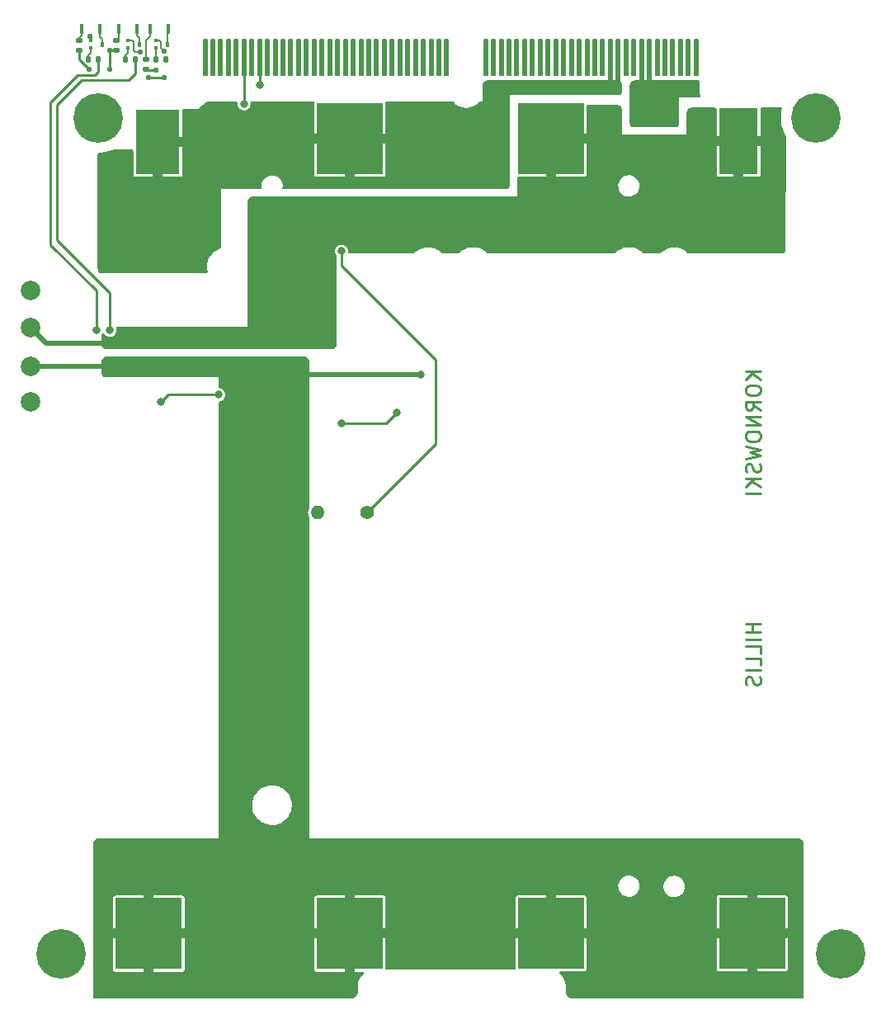
<source format=gbl>
%TF.GenerationSoftware,KiCad,Pcbnew,7.0.1*%
%TF.CreationDate,2023-06-20T19:29:39-04:00*%
%TF.ProjectId,batteryboard,62617474-6572-4796-926f-6172642e6b69,rev?*%
%TF.SameCoordinates,Original*%
%TF.FileFunction,Copper,L2,Bot*%
%TF.FilePolarity,Positive*%
%FSLAX46Y46*%
G04 Gerber Fmt 4.6, Leading zero omitted, Abs format (unit mm)*
G04 Created by KiCad (PCBNEW 7.0.1) date 2023-06-20 19:29:39*
%MOMM*%
%LPD*%
G01*
G04 APERTURE LIST*
G04 Aperture macros list*
%AMRoundRect*
0 Rectangle with rounded corners*
0 $1 Rounding radius*
0 $2 $3 $4 $5 $6 $7 $8 $9 X,Y pos of 4 corners*
0 Add a 4 corners polygon primitive as box body*
4,1,4,$2,$3,$4,$5,$6,$7,$8,$9,$2,$3,0*
0 Add four circle primitives for the rounded corners*
1,1,$1+$1,$2,$3*
1,1,$1+$1,$4,$5*
1,1,$1+$1,$6,$7*
1,1,$1+$1,$8,$9*
0 Add four rect primitives between the rounded corners*
20,1,$1+$1,$2,$3,$4,$5,0*
20,1,$1+$1,$4,$5,$6,$7,0*
20,1,$1+$1,$6,$7,$8,$9,0*
20,1,$1+$1,$8,$9,$2,$3,0*%
%AMFreePoly0*
4,1,12,0.105238,2.379067,0.194454,2.319454,0.254067,2.230238,0.275000,2.125000,0.275000,-1.400000,-0.275000,-1.400000,-0.275000,2.125000,-0.254067,2.230238,-0.194454,2.319454,-0.105238,2.379067,0.000000,2.400000,0.105238,2.379067,0.105238,2.379067,$1*%
G04 Aperture macros list end*
%ADD10C,0.254000*%
%TA.AperFunction,NonConductor*%
%ADD11C,0.254000*%
%TD*%
%TA.AperFunction,ComponentPad*%
%ADD12C,2.000000*%
%TD*%
%TA.AperFunction,ComponentPad*%
%ADD13C,5.080000*%
%TD*%
%TA.AperFunction,SMDPad,CuDef*%
%ADD14FreePoly0,0.000000*%
%TD*%
%TA.AperFunction,ComponentPad*%
%ADD15C,1.400000*%
%TD*%
%TA.AperFunction,ComponentPad*%
%ADD16O,1.400000X1.400000*%
%TD*%
%TA.AperFunction,SMDPad,CuDef*%
%ADD17R,6.800000X7.300000*%
%TD*%
%TA.AperFunction,SMDPad,CuDef*%
%ADD18R,4.000000X6.800000*%
%TD*%
%TA.AperFunction,SMDPad,CuDef*%
%ADD19R,4.500000X6.700000*%
%TD*%
%TA.AperFunction,SMDPad,CuDef*%
%ADD20R,0.370000X1.000000*%
%TD*%
%TA.AperFunction,SMDPad,CuDef*%
%ADD21R,0.450000X0.400000*%
%TD*%
%TA.AperFunction,SMDPad,CuDef*%
%ADD22R,0.450000X0.500000*%
%TD*%
%TA.AperFunction,SMDPad,CuDef*%
%ADD23RoundRect,0.135000X0.185000X-0.135000X0.185000X0.135000X-0.185000X0.135000X-0.185000X-0.135000X0*%
%TD*%
%TA.AperFunction,SMDPad,CuDef*%
%ADD24RoundRect,0.135000X-0.135000X-0.185000X0.135000X-0.185000X0.135000X0.185000X-0.135000X0.185000X0*%
%TD*%
%TA.AperFunction,ViaPad*%
%ADD25C,0.812800*%
%TD*%
%TA.AperFunction,ViaPad*%
%ADD26C,0.558800*%
%TD*%
%TA.AperFunction,Conductor*%
%ADD27C,0.508000*%
%TD*%
%TA.AperFunction,Conductor*%
%ADD28C,0.279400*%
%TD*%
%TA.AperFunction,Conductor*%
%ADD29C,0.203200*%
%TD*%
%TA.AperFunction,Conductor*%
%ADD30C,0.254000*%
%TD*%
%TA.AperFunction,Conductor*%
%ADD31C,0.271780*%
%TD*%
G04 APERTURE END LIST*
D10*
D11*
X130118031Y-105010857D02*
X128594031Y-105010857D01*
X129319745Y-105010857D02*
X129319745Y-105881714D01*
X130118031Y-105881714D02*
X128594031Y-105881714D01*
X130118031Y-106607428D02*
X128594031Y-106607428D01*
X130118031Y-108058856D02*
X130118031Y-107333142D01*
X130118031Y-107333142D02*
X128594031Y-107333142D01*
X130118031Y-109292570D02*
X130118031Y-108566856D01*
X130118031Y-108566856D02*
X128594031Y-108566856D01*
X130118031Y-109800570D02*
X128594031Y-109800570D01*
X130045460Y-110453712D02*
X130118031Y-110671427D01*
X130118031Y-110671427D02*
X130118031Y-111034284D01*
X130118031Y-111034284D02*
X130045460Y-111179427D01*
X130045460Y-111179427D02*
X129972888Y-111251998D01*
X129972888Y-111251998D02*
X129827745Y-111324569D01*
X129827745Y-111324569D02*
X129682602Y-111324569D01*
X129682602Y-111324569D02*
X129537460Y-111251998D01*
X129537460Y-111251998D02*
X129464888Y-111179427D01*
X129464888Y-111179427D02*
X129392317Y-111034284D01*
X129392317Y-111034284D02*
X129319745Y-110743998D01*
X129319745Y-110743998D02*
X129247174Y-110598855D01*
X129247174Y-110598855D02*
X129174602Y-110526284D01*
X129174602Y-110526284D02*
X129029460Y-110453712D01*
X129029460Y-110453712D02*
X128884317Y-110453712D01*
X128884317Y-110453712D02*
X128739174Y-110526284D01*
X128739174Y-110526284D02*
X128666602Y-110598855D01*
X128666602Y-110598855D02*
X128594031Y-110743998D01*
X128594031Y-110743998D02*
X128594031Y-111106855D01*
X128594031Y-111106855D02*
X128666602Y-111324569D01*
D10*
D11*
X130118031Y-79102857D02*
X128594031Y-79102857D01*
X130118031Y-79973714D02*
X129247174Y-79320571D01*
X128594031Y-79973714D02*
X129464888Y-79102857D01*
X128594031Y-80917142D02*
X128594031Y-81207428D01*
X128594031Y-81207428D02*
X128666602Y-81352571D01*
X128666602Y-81352571D02*
X128811745Y-81497714D01*
X128811745Y-81497714D02*
X129102031Y-81570285D01*
X129102031Y-81570285D02*
X129610031Y-81570285D01*
X129610031Y-81570285D02*
X129900317Y-81497714D01*
X129900317Y-81497714D02*
X130045460Y-81352571D01*
X130045460Y-81352571D02*
X130118031Y-81207428D01*
X130118031Y-81207428D02*
X130118031Y-80917142D01*
X130118031Y-80917142D02*
X130045460Y-80772000D01*
X130045460Y-80772000D02*
X129900317Y-80626857D01*
X129900317Y-80626857D02*
X129610031Y-80554285D01*
X129610031Y-80554285D02*
X129102031Y-80554285D01*
X129102031Y-80554285D02*
X128811745Y-80626857D01*
X128811745Y-80626857D02*
X128666602Y-80772000D01*
X128666602Y-80772000D02*
X128594031Y-80917142D01*
X130118031Y-83094285D02*
X129392317Y-82586285D01*
X130118031Y-82223428D02*
X128594031Y-82223428D01*
X128594031Y-82223428D02*
X128594031Y-82803999D01*
X128594031Y-82803999D02*
X128666602Y-82949142D01*
X128666602Y-82949142D02*
X128739174Y-83021713D01*
X128739174Y-83021713D02*
X128884317Y-83094285D01*
X128884317Y-83094285D02*
X129102031Y-83094285D01*
X129102031Y-83094285D02*
X129247174Y-83021713D01*
X129247174Y-83021713D02*
X129319745Y-82949142D01*
X129319745Y-82949142D02*
X129392317Y-82803999D01*
X129392317Y-82803999D02*
X129392317Y-82223428D01*
X130118031Y-83747428D02*
X128594031Y-83747428D01*
X128594031Y-83747428D02*
X130118031Y-84618285D01*
X130118031Y-84618285D02*
X128594031Y-84618285D01*
X128594031Y-85634284D02*
X128594031Y-85924570D01*
X128594031Y-85924570D02*
X128666602Y-86069713D01*
X128666602Y-86069713D02*
X128811745Y-86214856D01*
X128811745Y-86214856D02*
X129102031Y-86287427D01*
X129102031Y-86287427D02*
X129610031Y-86287427D01*
X129610031Y-86287427D02*
X129900317Y-86214856D01*
X129900317Y-86214856D02*
X130045460Y-86069713D01*
X130045460Y-86069713D02*
X130118031Y-85924570D01*
X130118031Y-85924570D02*
X130118031Y-85634284D01*
X130118031Y-85634284D02*
X130045460Y-85489142D01*
X130045460Y-85489142D02*
X129900317Y-85343999D01*
X129900317Y-85343999D02*
X129610031Y-85271427D01*
X129610031Y-85271427D02*
X129102031Y-85271427D01*
X129102031Y-85271427D02*
X128811745Y-85343999D01*
X128811745Y-85343999D02*
X128666602Y-85489142D01*
X128666602Y-85489142D02*
X128594031Y-85634284D01*
X128594031Y-86795427D02*
X130118031Y-87158284D01*
X130118031Y-87158284D02*
X129029460Y-87448570D01*
X129029460Y-87448570D02*
X130118031Y-87738855D01*
X130118031Y-87738855D02*
X128594031Y-88101713D01*
X130045460Y-88609712D02*
X130118031Y-88827427D01*
X130118031Y-88827427D02*
X130118031Y-89190284D01*
X130118031Y-89190284D02*
X130045460Y-89335427D01*
X130045460Y-89335427D02*
X129972888Y-89407998D01*
X129972888Y-89407998D02*
X129827745Y-89480569D01*
X129827745Y-89480569D02*
X129682602Y-89480569D01*
X129682602Y-89480569D02*
X129537460Y-89407998D01*
X129537460Y-89407998D02*
X129464888Y-89335427D01*
X129464888Y-89335427D02*
X129392317Y-89190284D01*
X129392317Y-89190284D02*
X129319745Y-88899998D01*
X129319745Y-88899998D02*
X129247174Y-88754855D01*
X129247174Y-88754855D02*
X129174602Y-88682284D01*
X129174602Y-88682284D02*
X129029460Y-88609712D01*
X129029460Y-88609712D02*
X128884317Y-88609712D01*
X128884317Y-88609712D02*
X128739174Y-88682284D01*
X128739174Y-88682284D02*
X128666602Y-88754855D01*
X128666602Y-88754855D02*
X128594031Y-88899998D01*
X128594031Y-88899998D02*
X128594031Y-89262855D01*
X128594031Y-89262855D02*
X128666602Y-89480569D01*
X130118031Y-90133713D02*
X128594031Y-90133713D01*
X130118031Y-91004570D02*
X129247174Y-90351427D01*
X128594031Y-91004570D02*
X129464888Y-90133713D01*
X130118031Y-91657713D02*
X128594031Y-91657713D01*
D12*
%TO.P,TP101,1,1*%
%TO.N,B-*%
X55245000Y-74676000D03*
%TD*%
%TO.P,TP102,1,1*%
%TO.N,BM*%
X55245000Y-78613000D03*
%TD*%
%TO.P,TP103,1,1*%
%TO.N,PACK-*%
X55245000Y-82296000D03*
%TD*%
%TO.P,TP104,1,1*%
%TO.N,PACK+*%
X55245000Y-70866000D03*
%TD*%
D13*
%TO.P,MH301,1,1*%
%TO.N,unconnected-(MH301-Pad1)*%
X62118400Y-53157200D03*
%TD*%
%TO.P,MH302,1,1*%
%TO.N,unconnected-(MH302-Pad1)*%
X135778400Y-53157200D03*
%TD*%
%TO.P,MH303,1,1*%
%TO.N,unconnected-(MH303-Pad1)*%
X138318400Y-138887200D03*
%TD*%
%TO.P,MH304,1,1*%
%TO.N,unconnected-(MH304-Pad1)*%
X58318400Y-138887200D03*
%TD*%
D14*
%TO.P,P201,1,Pin_1*%
%TO.N,unconnected-(P201-Pin_1-Pad1)*%
X73122220Y-47404353D03*
%TO.P,P201,3,Pin_3*%
%TO.N,unconnected-(P201-Pin_3-Pad3)*%
X73922220Y-47404353D03*
%TO.P,P201,5,Pin_5*%
%TO.N,unconnected-(P201-Pin_5-Pad5)*%
X74722220Y-47404353D03*
%TO.P,P201,7,Pin_7*%
%TO.N,unconnected-(P201-Pin_7-Pad7)*%
X75522220Y-47404353D03*
%TO.P,P201,9,Pin_9*%
%TO.N,unconnected-(P201-Pin_9-Pad9)*%
X76322220Y-47404353D03*
%TO.P,P201,11,Pin_11*%
%TO.N,BAT_THERM*%
X77122220Y-47404353D03*
%TO.P,P201,13,Pin_13*%
%TO.N,unconnected-(P201-Pin_13-Pad13)*%
X77922220Y-47404353D03*
%TO.P,P201,15,Pin_15*%
%TO.N,/SLI-Card/LED_PWR*%
X78722220Y-47404353D03*
%TO.P,P201,17,Pin_17*%
%TO.N,unconnected-(P201-Pin_17-Pad17)*%
X79522220Y-47404353D03*
%TO.P,P201,19,Pin_19*%
%TO.N,unconnected-(P201-Pin_19-Pad19)*%
X80322220Y-47404353D03*
%TO.P,P201,21,Pin_21*%
%TO.N,unconnected-(P201-Pin_21-Pad21)*%
X81122220Y-47404353D03*
%TO.P,P201,23,Pin_23*%
%TO.N,unconnected-(P201-Pin_23-Pad23)*%
X81922220Y-47404353D03*
%TO.P,P201,25,Pin_25*%
%TO.N,unconnected-(P201-Pin_25-Pad25)*%
X82722220Y-47404353D03*
%TO.P,P201,27,Pin_27*%
%TO.N,unconnected-(P201-Pin_27-Pad27)*%
X83522220Y-47404353D03*
%TO.P,P201,29,Pin_29*%
%TO.N,unconnected-(P201-Pin_29-Pad29)*%
X84322220Y-47404353D03*
%TO.P,P201,31,Pin_31*%
%TO.N,unconnected-(P201-Pin_31-Pad31)*%
X85122220Y-47404353D03*
%TO.P,P201,33,Pin_33*%
%TO.N,unconnected-(P201-Pin_33-Pad33)*%
X85922220Y-47404353D03*
%TO.P,P201,35,Pin_35*%
%TO.N,unconnected-(P201-Pin_35-Pad35)*%
X86722220Y-47404353D03*
%TO.P,P201,37,Pin_37*%
%TO.N,unconnected-(P201-Pin_37-Pad37)*%
X87522220Y-47404353D03*
%TO.P,P201,39,Pin_39*%
%TO.N,unconnected-(P201-Pin_39-Pad39)*%
X88322220Y-47404353D03*
%TO.P,P201,41,Pin_41*%
%TO.N,unconnected-(P201-Pin_41-Pad41)*%
X89122220Y-47404353D03*
%TO.P,P201,43,Pin_43*%
%TO.N,unconnected-(P201-Pin_43-Pad43)*%
X89922220Y-47404353D03*
%TO.P,P201,45,Pin_45*%
%TO.N,unconnected-(P201-Pin_45-Pad45)*%
X90722220Y-47404353D03*
%TO.P,P201,47,Pin_47*%
%TO.N,unconnected-(P201-Pin_47-Pad47)*%
X91522220Y-47404353D03*
%TO.P,P201,49,Pin_49*%
%TO.N,unconnected-(P201-Pin_49-Pad49)*%
X92322220Y-47404353D03*
%TO.P,P201,51,Pin_51*%
%TO.N,unconnected-(P201-Pin_51-Pad51)*%
X93122220Y-47404353D03*
%TO.P,P201,53,Pin_53*%
%TO.N,unconnected-(P201-Pin_53-Pad53)*%
X93922220Y-47404353D03*
%TO.P,P201,55,Pin_55*%
%TO.N,unconnected-(P201-Pin_55-Pad55)*%
X94722220Y-47404353D03*
%TO.P,P201,57,Pin_57*%
%TO.N,unconnected-(P201-Pin_57-Pad57)*%
X95522220Y-47404353D03*
%TO.P,P201,59,Pin_59*%
%TO.N,unconnected-(P201-Pin_59-Pad59)*%
X96322220Y-47404353D03*
%TO.P,P201,61,Pin_61*%
%TO.N,unconnected-(P201-Pin_61-Pad61)*%
X97122220Y-47404353D03*
%TO.P,P201,63,Pin_63*%
%TO.N,unconnected-(P201-Pin_63-Pad63)*%
X97922220Y-47404353D03*
%TO.P,P201,65,Pin_65*%
%TO.N,unconnected-(P201-Pin_65-Pad65)*%
X101922220Y-47404353D03*
%TO.P,P201,67,Pin_67*%
%TO.N,unconnected-(P201-Pin_67-Pad67)*%
X102722220Y-47404353D03*
%TO.P,P201,69,Pin_69*%
%TO.N,unconnected-(P201-Pin_69-Pad69)*%
X103522220Y-47404353D03*
%TO.P,P201,71,Pin_71*%
%TO.N,unconnected-(P201-Pin_71-Pad71)*%
X104322220Y-47404353D03*
%TO.P,P201,73,Pin_73*%
%TO.N,unconnected-(P201-Pin_73-Pad73)*%
X105122220Y-47404353D03*
%TO.P,P201,75,Pin_75*%
%TO.N,unconnected-(P201-Pin_75-Pad75)*%
X105922220Y-47404353D03*
%TO.P,P201,77,Pin_77*%
%TO.N,unconnected-(P201-Pin_77-Pad77)*%
X106722220Y-47404353D03*
%TO.P,P201,79,Pin_79*%
%TO.N,unconnected-(P201-Pin_79-Pad79)*%
X107522220Y-47404353D03*
%TO.P,P201,81,Pin_81*%
%TO.N,unconnected-(P201-Pin_81-Pad81)*%
X108322220Y-47404353D03*
%TO.P,P201,83,Pin_83*%
%TO.N,unconnected-(P201-Pin_83-Pad83)*%
X109122220Y-47404353D03*
%TO.P,P201,85,Pin_85*%
%TO.N,unconnected-(P201-Pin_85-Pad85)*%
X109922220Y-47404353D03*
%TO.P,P201,87,Pin_87*%
%TO.N,unconnected-(P201-Pin_87-Pad87)*%
X110722220Y-47404353D03*
%TO.P,P201,89,Pin_89*%
%TO.N,unconnected-(P201-Pin_89-Pad89)*%
X111522220Y-47404353D03*
%TO.P,P201,91,Pin_91*%
%TO.N,unconnected-(P201-Pin_91-Pad91)*%
X112322220Y-47404353D03*
%TO.P,P201,93,Pin93*%
%TO.N,unconnected-(P201-Pin93-Pad93)*%
X113122220Y-47404353D03*
%TO.P,P201,95,Pin_95*%
%TO.N,unconnected-(P201-Pin_95-Pad95)*%
X113922220Y-47404353D03*
%TO.P,P201,97,Pin_97*%
%TO.N,PACK+*%
X114722220Y-47404353D03*
%TO.P,P201,99,Pin_99*%
X115522220Y-47404353D03*
%TO.P,P201,101,Pin_101*%
%TO.N,unconnected-(P201-Pin_101-Pad101)*%
X116322220Y-47404353D03*
%TO.P,P201,103,Pin_103*%
%TO.N,unconnected-(P201-Pin_103-Pad103)*%
X117122220Y-47404353D03*
%TO.P,P201,105,Pin_105*%
%TO.N,PACK-*%
X117922220Y-47404353D03*
%TO.P,P201,107,Pin_107*%
X118722220Y-47404353D03*
%TO.P,P201,109,Pin_109*%
%TO.N,unconnected-(P201-Pin_109-Pad109)*%
X119522220Y-47404353D03*
%TO.P,P201,111,Pin_111*%
%TO.N,unconnected-(P201-Pin_111-Pad111)*%
X120322220Y-47404353D03*
%TO.P,P201,113,Pin_113*%
%TO.N,unconnected-(P201-Pin_113-Pad113)*%
X121122220Y-47404353D03*
%TO.P,P201,115,Pin_115*%
%TO.N,unconnected-(P201-Pin_115-Pad115)*%
X121922220Y-47404353D03*
%TO.P,P201,117,Pin_117*%
%TO.N,unconnected-(P201-Pin_117-Pad117)*%
X122722220Y-47404353D03*
%TO.P,P201,119,Pin_119*%
%TO.N,unconnected-(P201-Pin_119-Pad119)*%
X123522220Y-47404353D03*
%TD*%
D15*
%TO.P,TH1,1*%
%TO.N,BAT_THERM*%
X89739000Y-93599000D03*
D16*
%TO.P,TH1,2*%
%TO.N,PACK-*%
X84659000Y-93599000D03*
%TD*%
D17*
%TO.P,J104,1,NEG*%
%TO.N,BM*%
X87998300Y-136825100D03*
%TO.P,J104,2,POS*%
%TO.N,PACK+*%
X87998300Y-55275100D03*
%TD*%
D18*
%TO.P,J101,1,NEG*%
%TO.N,B-*%
X127873300Y-55499700D03*
D17*
%TO.P,J101,2,POS*%
%TO.N,BM*%
X129273300Y-136799700D03*
%TD*%
%TO.P,J102,1,NEG*%
%TO.N,B-*%
X108623100Y-55249700D03*
%TO.P,J102,2,POS*%
%TO.N,BM*%
X108623100Y-136799700D03*
%TD*%
%TO.P,J105,1,NEG*%
%TO.N,BM*%
X67348100Y-136825100D03*
D19*
%TO.P,J105,2,POS*%
%TO.N,PACK+*%
X68273100Y-55575100D03*
%TD*%
D20*
%TO.P,D301,1,K*%
%TO.N,Net-(D301-K)*%
X62322181Y-43972480D03*
%TO.P,D301,2,A*%
%TO.N,Net-(D301-A)*%
X60462181Y-43972480D03*
%TD*%
%TO.P,D302,1,K*%
%TO.N,Net-(D302-K)*%
X66122173Y-43972480D03*
%TO.P,D302,2,A*%
%TO.N,Net-(D302-A)*%
X64262173Y-43972480D03*
%TD*%
%TO.P,D304,1,K*%
%TO.N,Net-(D304-K)*%
X69337991Y-43972480D03*
%TO.P,D304,2,A*%
%TO.N,Net-(D304-A)*%
X67477991Y-43972480D03*
%TD*%
D21*
%TO.P,Q302,1,B*%
%TO.N,Net-(Q302-B)*%
X65211000Y-45967600D03*
%TO.P,Q302,2,E*%
%TO.N,/SLI-Card/GND*%
X65211000Y-45167600D03*
D22*
%TO.P,Q302,3,C*%
%TO.N,Net-(D302-K)*%
X66361000Y-45567600D03*
%TD*%
D21*
%TO.P,Q304,1,B*%
%TO.N,Net-(Q304-B)*%
X68081200Y-45967600D03*
%TO.P,Q304,2,E*%
%TO.N,/SLI-Card/GND*%
X68081200Y-45167600D03*
D22*
%TO.P,Q304,3,C*%
%TO.N,Net-(D304-K)*%
X69231200Y-45567600D03*
%TD*%
D23*
%TO.P,R302,1*%
%TO.N,/SLI-Card/LED_PWR*%
X60198000Y-46179200D03*
%TO.P,R302,2*%
%TO.N,Net-(D301-A)*%
X60198000Y-45159200D03*
%TD*%
%TO.P,R304,1*%
%TO.N,/SLI-Card/LED_PWR*%
X64033400Y-46179200D03*
%TO.P,R304,2*%
%TO.N,Net-(D302-A)*%
X64033400Y-45159200D03*
%TD*%
%TO.P,R308,1*%
%TO.N,/SLI-Card/LED_PWR*%
X67030600Y-48135000D03*
%TO.P,R308,2*%
%TO.N,Net-(D304-A)*%
X67030600Y-47115000D03*
%TD*%
D24*
%TO.P,R301,1*%
%TO.N,Net-(Q301-B)*%
X61161200Y-47117000D03*
%TO.P,R301,2*%
%TO.N,DOUT_LED*%
X62181200Y-47117000D03*
%TD*%
%TO.P,R303,1*%
%TO.N,Net-(Q302-B)*%
X64971200Y-47117000D03*
%TO.P,R303,2*%
%TO.N,COUT_LED*%
X65991200Y-47117000D03*
%TD*%
%TO.P,R307,1*%
%TO.N,Net-(Q304-B)*%
X68070000Y-47117000D03*
%TO.P,R307,2*%
%TO.N,/SLI-Card/Blank-Card-Default/ORG_LED*%
X69090000Y-47117000D03*
%TD*%
D21*
%TO.P,Q301,1,B*%
%TO.N,Net-(Q301-B)*%
X61401000Y-45967600D03*
%TO.P,Q301,2,E*%
%TO.N,/SLI-Card/GND*%
X61401000Y-45167600D03*
D22*
%TO.P,Q301,3,C*%
%TO.N,Net-(D301-K)*%
X62551000Y-45567600D03*
%TD*%
D25*
%TO.N,B-*%
X90106500Y-65151000D03*
X90106500Y-64135000D03*
X90106500Y-66103500D03*
X91186000Y-65151000D03*
X91186000Y-66103500D03*
X91186000Y-64135000D03*
X124460000Y-58420000D03*
X125730000Y-59690000D03*
X130810000Y-62230000D03*
X124460000Y-55880000D03*
X124460000Y-63500000D03*
X127000000Y-60960000D03*
X125730000Y-62230000D03*
X72825000Y-76273000D03*
X132080000Y-60960000D03*
X132080000Y-63500000D03*
X128270000Y-62230000D03*
X127000000Y-63500000D03*
X129540000Y-63500000D03*
X89027000Y-66103500D03*
X68507000Y-76273000D03*
X125730000Y-64770000D03*
X124460000Y-53340000D03*
X63373000Y-76273000D03*
X128270000Y-64770000D03*
X89027000Y-64135000D03*
X130810000Y-64770000D03*
X73895000Y-76273000D03*
X124460000Y-60960000D03*
X64443000Y-76273000D03*
X132080000Y-58420000D03*
X89027000Y-65151000D03*
X130810000Y-59690000D03*
X128270000Y-59690000D03*
X129540000Y-60960000D03*
%TO.N,PACK-*%
X120015000Y-53340000D03*
X117475000Y-52070000D03*
X120000000Y-49800000D03*
X121285000Y-50165000D03*
X117475000Y-53340000D03*
X120015000Y-50800000D03*
X121285000Y-51435000D03*
X118722220Y-50187780D03*
X121285000Y-52705000D03*
X118745000Y-51435000D03*
X120015000Y-52070000D03*
X117475000Y-50800000D03*
X118745000Y-52705000D03*
%TO.N,BM*%
X63405000Y-78273000D03*
X115570000Y-139700000D03*
X114300000Y-135890000D03*
X119380000Y-133350000D03*
X118110000Y-137160000D03*
X124460000Y-133350000D03*
X72857000Y-78273000D03*
X113030000Y-137160000D03*
X123190000Y-139700000D03*
X115570000Y-134620000D03*
X119380000Y-138430000D03*
X114300000Y-133350000D03*
X123190000Y-137160000D03*
X124460000Y-138430000D03*
X64475000Y-78273000D03*
X95250000Y-79502002D03*
X121920000Y-138430000D03*
X124460000Y-135890000D03*
X119380000Y-135890000D03*
X116840000Y-138430000D03*
X120650000Y-139700000D03*
X68539000Y-78273000D03*
X113030000Y-139700000D03*
X116840000Y-135890000D03*
X120650000Y-137160000D03*
X121920000Y-135890000D03*
X115570000Y-137160000D03*
X120650000Y-134620000D03*
X118110000Y-139700000D03*
X118110000Y-134620000D03*
X113030000Y-134620000D03*
X73927000Y-78273000D03*
X114300000Y-138430000D03*
X123190000Y-134620000D03*
%TO.N,PACK+*%
X100330000Y-55880000D03*
X95250000Y-53340000D03*
X97790000Y-58420000D03*
X63192000Y-66294000D03*
X96520000Y-54610000D03*
X96520000Y-57150000D03*
X72898000Y-64262000D03*
X64262000Y-66294000D03*
X92710000Y-55880000D03*
X92710000Y-53340000D03*
X93980000Y-54610000D03*
X100330000Y-58420000D03*
X102870000Y-58420000D03*
X72898000Y-66294000D03*
X64262000Y-64262000D03*
X96520000Y-52070000D03*
X101600000Y-54610000D03*
X99060000Y-54610000D03*
X102870000Y-53340000D03*
X95250000Y-58420000D03*
X68580000Y-68326000D03*
X68580000Y-64262000D03*
X68580000Y-66294000D03*
X63192000Y-64262000D03*
X93980000Y-57150000D03*
X100330000Y-53340000D03*
X73968000Y-64262000D03*
X63192000Y-68326000D03*
X101600000Y-57150000D03*
X99060000Y-57150000D03*
X95250000Y-55880000D03*
X93980000Y-52070000D03*
X64262000Y-68326000D03*
X92710000Y-58420000D03*
X97790000Y-55880000D03*
X102870000Y-55880000D03*
X97790000Y-53340000D03*
%TO.N,/V-*%
X87122000Y-84455000D03*
X92770500Y-83378500D03*
%TO.N,/Q1D_Q2S*%
X68580000Y-82296000D03*
X74549000Y-81524200D03*
%TO.N,BAT_THERM*%
X77122220Y-51689000D03*
X87122000Y-66802000D03*
D26*
%TO.N,/SLI-Card/GND*%
X66446900Y-46355000D03*
X61280125Y-44745923D03*
X68961000Y-46314900D03*
X67310000Y-49022000D03*
X68961000Y-49022000D03*
%TO.N,/SLI-Card/LED_PWR*%
X61214000Y-48133000D03*
X63332900Y-46179200D03*
X63373000Y-48133000D03*
D25*
X78740000Y-49784000D03*
D26*
X68072000Y-48211200D03*
D25*
%TO.N,DOUT_LED*%
X61976000Y-74930000D03*
%TO.N,COUT_LED*%
X63373000Y-74930000D03*
%TD*%
D27*
%TO.N,B-*%
X63373000Y-76273000D02*
X56842000Y-76273000D01*
X56842000Y-76273000D02*
X55245000Y-74676000D01*
%TO.N,PACK-*%
X117922220Y-47404353D02*
X117922220Y-49850220D01*
X118722220Y-47404353D02*
X118722220Y-50187780D01*
%TO.N,BM*%
X55245000Y-78613000D02*
X63065000Y-78613000D01*
X95250000Y-79502002D02*
X83439002Y-79502002D01*
X63065000Y-78613000D02*
X63405000Y-78273000D01*
%TO.N,PACK+*%
X115522220Y-47404353D02*
X115522220Y-50498220D01*
X114722220Y-47404353D02*
X114722220Y-50546000D01*
D28*
%TO.N,/V-*%
X91694000Y-84455000D02*
X87122000Y-84455000D01*
X92770500Y-83378500D02*
X91694000Y-84455000D01*
D29*
%TO.N,Net-(D301-K)*%
X62551000Y-45025000D02*
X62551000Y-45567600D01*
X62322181Y-43972480D02*
X62322181Y-44796181D01*
X62322181Y-44796181D02*
X62551000Y-45025000D01*
%TO.N,Net-(D301-A)*%
X60198000Y-45159200D02*
X60198000Y-44958000D01*
X60198000Y-44958000D02*
X60462181Y-44693819D01*
X60462181Y-44693819D02*
X60462181Y-43972480D01*
%TO.N,Net-(D302-K)*%
X66122173Y-44659173D02*
X66361000Y-44898000D01*
X66361000Y-44898000D02*
X66361000Y-45567600D01*
X66122173Y-43972480D02*
X66122173Y-44659173D01*
%TO.N,Net-(D302-A)*%
X64262173Y-45211827D02*
X64262000Y-45212000D01*
X64262173Y-43972480D02*
X64262173Y-45211827D01*
X64262000Y-45212000D02*
X64086200Y-45212000D01*
%TO.N,Net-(D304-K)*%
X69231200Y-45567600D02*
X69231200Y-44831393D01*
X69307793Y-44754800D02*
X69307793Y-43972480D01*
X69231200Y-44831393D02*
X69307793Y-44754800D01*
%TO.N,Net-(D304-A)*%
X67477991Y-44713809D02*
X67477991Y-43972480D01*
X67030600Y-45161200D02*
X67477991Y-44713809D01*
X67030600Y-47115000D02*
X67030600Y-45161200D01*
D28*
%TO.N,/Q1D_Q2S*%
X74549000Y-81524200D02*
X74539200Y-81534000D01*
X69342000Y-81534000D02*
X68580000Y-82296000D01*
X74539200Y-81534000D02*
X69342000Y-81534000D01*
D30*
%TO.N,BAT_THERM*%
X87122000Y-68326000D02*
X96774000Y-77978000D01*
X96774000Y-86564000D02*
X96774000Y-77978000D01*
X77122220Y-47404353D02*
X77122220Y-51689000D01*
X89739000Y-93599000D02*
X96774000Y-86564000D01*
X87122000Y-68326000D02*
X87122000Y-66802000D01*
D29*
%TO.N,/SLI-Card/GND*%
X65936800Y-46355000D02*
X65786000Y-46204200D01*
X65614600Y-45167600D02*
X65211000Y-45167600D01*
X68611000Y-45964900D02*
X68611000Y-45370000D01*
X68611000Y-45370000D02*
X68408600Y-45167600D01*
X65786000Y-45339000D02*
X65614600Y-45167600D01*
D30*
X68961000Y-49022000D02*
X67310000Y-49022000D01*
D29*
X66446900Y-46355000D02*
X65936800Y-46355000D01*
X68408600Y-45167600D02*
X68081200Y-45167600D01*
X65786000Y-46204200D02*
X65786000Y-45339000D01*
D31*
X61401000Y-45167600D02*
X61401000Y-44866798D01*
D29*
X68961000Y-46314900D02*
X68611000Y-45964900D01*
X61401000Y-44866798D02*
X61280125Y-44745923D01*
D31*
%TO.N,/SLI-Card/LED_PWR*%
X63332900Y-46179200D02*
X64033400Y-46179200D01*
X78722220Y-49766220D02*
X78722220Y-47404353D01*
D30*
X60198000Y-47131692D02*
X61199308Y-48133000D01*
D31*
X63332900Y-46179200D02*
X63332900Y-48092900D01*
D30*
X60198000Y-46179200D02*
X60198000Y-47131692D01*
D31*
X61214000Y-48133000D02*
X61186735Y-48133000D01*
D30*
X61199308Y-48133000D02*
X61214000Y-48133000D01*
D31*
X63332900Y-48092900D02*
X63373000Y-48133000D01*
X78740000Y-49784000D02*
X78722220Y-49766220D01*
X68072000Y-48211200D02*
X67106800Y-48211200D01*
D29*
%TO.N,Net-(Q301-B)*%
X61401000Y-46422000D02*
X61161200Y-46661800D01*
X61161200Y-46661800D02*
X61161200Y-47117000D01*
X61401000Y-45967600D02*
X61401000Y-46422000D01*
%TO.N,Net-(Q302-B)*%
X64971200Y-46661800D02*
X64971200Y-47117000D01*
X65211000Y-46422000D02*
X64971200Y-46661800D01*
X65211000Y-45967600D02*
X65211000Y-46422000D01*
%TO.N,Net-(Q304-B)*%
X68070000Y-47117000D02*
X68070000Y-45978800D01*
D31*
%TO.N,DOUT_LED*%
X57277000Y-66167000D02*
X57277000Y-51562000D01*
X60071000Y-48768000D02*
X61785500Y-48768000D01*
X57277000Y-51562000D02*
X60071000Y-48768000D01*
X62181200Y-48372300D02*
X62181200Y-47117000D01*
X61976000Y-70866000D02*
X57277000Y-66167000D01*
X61976000Y-75184000D02*
X61976000Y-70866000D01*
X61785500Y-48768000D02*
X62181200Y-48372300D01*
%TO.N,COUT_LED*%
X65278000Y-49276000D02*
X65991200Y-48562800D01*
X57912000Y-51816000D02*
X60452000Y-49276000D01*
X65991200Y-48562800D02*
X65991200Y-47117000D01*
X63373000Y-71120000D02*
X57912000Y-65659000D01*
X63373000Y-75184000D02*
X63373000Y-71120000D01*
X60452000Y-49276000D02*
X65278000Y-49276000D01*
X57912000Y-65659000D02*
X57912000Y-51816000D01*
%TD*%
%TA.AperFunction,Conductor*%
%TO.N,PACK+*%
G36*
X115459187Y-49277078D02*
G01*
X115487201Y-49280765D01*
X115563964Y-49290871D01*
X115595731Y-49299383D01*
X115685675Y-49336639D01*
X115714160Y-49353085D01*
X115791393Y-49412349D01*
X115814650Y-49435606D01*
X115873914Y-49512839D01*
X115890361Y-49541326D01*
X115927615Y-49631265D01*
X115936128Y-49663037D01*
X115949922Y-49767812D01*
X115951000Y-49784258D01*
X115951000Y-50291742D01*
X115949922Y-50308189D01*
X115936128Y-50412963D01*
X115927615Y-50444734D01*
X115890361Y-50534673D01*
X115873914Y-50563160D01*
X115814650Y-50640393D01*
X115791393Y-50663650D01*
X115714160Y-50722914D01*
X115685673Y-50739361D01*
X115595734Y-50776615D01*
X115563963Y-50785128D01*
X115486024Y-50795388D01*
X115459187Y-50798922D01*
X115442742Y-50800000D01*
X104394000Y-50800000D01*
X104394000Y-51300000D01*
X104394000Y-59943742D01*
X104392922Y-59960189D01*
X104379128Y-60064963D01*
X104370615Y-60096734D01*
X104333361Y-60186673D01*
X104316914Y-60215160D01*
X104257650Y-60292393D01*
X104234393Y-60315650D01*
X104157160Y-60374914D01*
X104128673Y-60391361D01*
X104038734Y-60428615D01*
X104006963Y-60437128D01*
X103929024Y-60447388D01*
X103902187Y-60450922D01*
X103885742Y-60452000D01*
X81197503Y-60452000D01*
X81145161Y-60440614D01*
X81102279Y-60408512D01*
X81076607Y-60361498D01*
X81072786Y-60308068D01*
X81092318Y-60172216D01*
X81082411Y-59964228D01*
X81033321Y-59761877D01*
X80946822Y-59572470D01*
X80826042Y-59402858D01*
X80799403Y-59377458D01*
X80675344Y-59259168D01*
X80550756Y-59179100D01*
X80500173Y-59146592D01*
X80306873Y-59069207D01*
X80102411Y-59029800D01*
X79946368Y-59029800D01*
X79946363Y-59029800D01*
X79791022Y-59044633D01*
X79591231Y-59103296D01*
X79406160Y-59198707D01*
X79242485Y-59327424D01*
X79106127Y-59484787D01*
X79002016Y-59665113D01*
X78933914Y-59861883D01*
X78904281Y-60067984D01*
X78914188Y-60275969D01*
X78919119Y-60296293D01*
X78919792Y-60352783D01*
X78895714Y-60403888D01*
X78851726Y-60439335D01*
X78796671Y-60452000D01*
X74803000Y-60452000D01*
X74803000Y-60952000D01*
X74803000Y-66399673D01*
X74792695Y-66449579D01*
X74763466Y-66491322D01*
X74720095Y-66518074D01*
X74520286Y-66590798D01*
X74269577Y-66724102D01*
X74039862Y-66891001D01*
X73835608Y-67088247D01*
X73660793Y-67312000D01*
X73518820Y-67557902D01*
X73412454Y-67821170D01*
X73343762Y-68096677D01*
X73314081Y-68379074D01*
X73323990Y-68662838D01*
X73372883Y-68940120D01*
X73370504Y-68994611D01*
X73345319Y-69042991D01*
X73302047Y-69076195D01*
X73248797Y-69088000D01*
X62611258Y-69088000D01*
X62594812Y-69086922D01*
X62490037Y-69073128D01*
X62458265Y-69064615D01*
X62368326Y-69027361D01*
X62339839Y-69010914D01*
X62262606Y-68951650D01*
X62239349Y-68928393D01*
X62180085Y-68851160D01*
X62163638Y-68822673D01*
X62126384Y-68732734D01*
X62117871Y-68700961D01*
X62112852Y-68662838D01*
X62104078Y-68596187D01*
X62103000Y-68579742D01*
X62103000Y-56896258D01*
X62104078Y-56879812D01*
X62111674Y-56822112D01*
X62132137Y-56768100D01*
X62174551Y-56728893D01*
X62229997Y-56712732D01*
X62490666Y-56699071D01*
X62858853Y-56640756D01*
X63218927Y-56544275D01*
X63566944Y-56410683D01*
X63584509Y-56401732D01*
X63641712Y-56388000D01*
X65540000Y-56388000D01*
X65697127Y-56388000D01*
X65749367Y-56433814D01*
X65769100Y-56501514D01*
X65769100Y-58950118D01*
X65783836Y-59024205D01*
X65839976Y-59108224D01*
X65923993Y-59164363D01*
X65998081Y-59179100D01*
X67765100Y-59179100D01*
X67765100Y-56083100D01*
X68781100Y-56083100D01*
X68781100Y-59179099D01*
X70548118Y-59179099D01*
X70622205Y-59164363D01*
X70706224Y-59108223D01*
X70762363Y-59024206D01*
X70777100Y-58950119D01*
X70777100Y-56083100D01*
X68781100Y-56083100D01*
X67765100Y-56083100D01*
X67765100Y-55783100D01*
X84344301Y-55783100D01*
X84344301Y-58950118D01*
X84359036Y-59024205D01*
X84415176Y-59108224D01*
X84499193Y-59164363D01*
X84573281Y-59179100D01*
X87490300Y-59179100D01*
X87490300Y-55783100D01*
X88506300Y-55783100D01*
X88506300Y-59179099D01*
X91423318Y-59179099D01*
X91497405Y-59164363D01*
X91581424Y-59108223D01*
X91637563Y-59024206D01*
X91652300Y-58950119D01*
X91652300Y-55783100D01*
X88506300Y-55783100D01*
X87490300Y-55783100D01*
X84344301Y-55783100D01*
X67765100Y-55783100D01*
X67765100Y-55193100D01*
X67781981Y-55130100D01*
X67828100Y-55083981D01*
X67891100Y-55067100D01*
X70777099Y-55067100D01*
X70777099Y-52323000D01*
X70793980Y-52260000D01*
X70840099Y-52213881D01*
X70903099Y-52197000D01*
X72223333Y-52197000D01*
X72390000Y-52197000D01*
X72897999Y-51816000D01*
X73264550Y-51541087D01*
X73281652Y-51530291D01*
X73396445Y-51470145D01*
X73434733Y-51457383D01*
X73533193Y-51441405D01*
X73562642Y-51436627D01*
X73582824Y-51435000D01*
X76345083Y-51435000D01*
X76412426Y-51454506D01*
X76458918Y-51506985D01*
X76470164Y-51576188D01*
X76456466Y-51688999D01*
X76475811Y-51848324D01*
X76532723Y-51998390D01*
X76623895Y-52130476D01*
X76744027Y-52236904D01*
X76744029Y-52236905D01*
X76886140Y-52311491D01*
X77041972Y-52349900D01*
X77202466Y-52349900D01*
X77202468Y-52349900D01*
X77358300Y-52311491D01*
X77500411Y-52236905D01*
X77620544Y-52130477D01*
X77711716Y-51998391D01*
X77768628Y-51848325D01*
X77787974Y-51689000D01*
X77774275Y-51576188D01*
X77785522Y-51506985D01*
X77832014Y-51454506D01*
X77899357Y-51435000D01*
X84223605Y-51435000D01*
X84277476Y-51447097D01*
X84321003Y-51481065D01*
X84345828Y-51530383D01*
X84347184Y-51585579D01*
X84344300Y-51600079D01*
X84344300Y-54767100D01*
X91652299Y-54767100D01*
X91652299Y-51600084D01*
X91649414Y-51585577D01*
X91650771Y-51530381D01*
X91675596Y-51481065D01*
X91719123Y-51447097D01*
X91772994Y-51435000D01*
X98518659Y-51435000D01*
X98571003Y-51446387D01*
X98613885Y-51478489D01*
X98710988Y-51590558D01*
X98895686Y-51750606D01*
X99101282Y-51882740D01*
X99323590Y-51984269D01*
X99558084Y-52053125D01*
X99654846Y-52067038D01*
X99799988Y-52087909D01*
X99799991Y-52087909D01*
X100044386Y-52087910D01*
X100286294Y-52053130D01*
X100520789Y-51984277D01*
X100743098Y-51882751D01*
X100948696Y-51750620D01*
X101133396Y-51590574D01*
X101144103Y-51578218D01*
X101268199Y-51435000D01*
X101600000Y-51435000D01*
X101600000Y-50724211D01*
X101601282Y-50706282D01*
X101630713Y-50501555D01*
X101630710Y-50379357D01*
X101630710Y-50365691D01*
X101630710Y-49638643D01*
X101640301Y-49590426D01*
X101660638Y-49541327D01*
X101677082Y-49512843D01*
X101736351Y-49435603D01*
X101759603Y-49412351D01*
X101836843Y-49353082D01*
X101865321Y-49336640D01*
X101955270Y-49299382D01*
X101987033Y-49290872D01*
X102068592Y-49280134D01*
X102091813Y-49277078D01*
X102108258Y-49276000D01*
X115442742Y-49276000D01*
X115459187Y-49277078D01*
G37*
%TD.AperFunction*%
%TD*%
%TA.AperFunction,Conductor*%
%TO.N,B-*%
G36*
X115459187Y-51817078D02*
G01*
X115487201Y-51820765D01*
X115563964Y-51830871D01*
X115595731Y-51839383D01*
X115685675Y-51876639D01*
X115714160Y-51893085D01*
X115791393Y-51952349D01*
X115814650Y-51975606D01*
X115873914Y-52052839D01*
X115890361Y-52081326D01*
X115927615Y-52171265D01*
X115936128Y-52203037D01*
X115949922Y-52307812D01*
X115951000Y-52324258D01*
X115951000Y-54864000D01*
X116451000Y-54864000D01*
X122055000Y-54864000D01*
X122555000Y-54864000D01*
X122555000Y-52578258D01*
X122556078Y-52561813D01*
X122559134Y-52538592D01*
X122569872Y-52457033D01*
X122578382Y-52425270D01*
X122615640Y-52335321D01*
X122632082Y-52306843D01*
X122691351Y-52229603D01*
X122714603Y-52206351D01*
X122791843Y-52147082D01*
X122820321Y-52130640D01*
X122910270Y-52093382D01*
X122942033Y-52084872D01*
X123023592Y-52074134D01*
X123046813Y-52071078D01*
X123063258Y-52070000D01*
X125366770Y-52070000D01*
X125384700Y-52071282D01*
X125419364Y-52076265D01*
X125500032Y-52087863D01*
X125500034Y-52087862D01*
X125508952Y-52089145D01*
X125508548Y-52091948D01*
X125556300Y-52104744D01*
X125602419Y-52150863D01*
X125619300Y-52213863D01*
X125619300Y-54991700D01*
X130127299Y-54991700D01*
X130127299Y-52196000D01*
X130144180Y-52133000D01*
X130190299Y-52086881D01*
X130253299Y-52070000D01*
X132223547Y-52070000D01*
X132279275Y-52082994D01*
X132323509Y-52119296D01*
X132347126Y-52171418D01*
X132345254Y-52228611D01*
X132294844Y-52416746D01*
X132236528Y-52784939D01*
X132217018Y-53157199D01*
X132236528Y-53529460D01*
X132294844Y-53897653D01*
X132391325Y-54257728D01*
X132524916Y-54605742D01*
X132694154Y-54937891D01*
X132726601Y-54987855D01*
X132741787Y-55020854D01*
X132746928Y-55056814D01*
X132716349Y-66548537D01*
X132715229Y-66564964D01*
X132701185Y-66669597D01*
X132692604Y-66701317D01*
X132655183Y-66791082D01*
X132638692Y-66819504D01*
X132579331Y-66896544D01*
X132556052Y-66919736D01*
X132478794Y-66978804D01*
X132450310Y-66995188D01*
X132360404Y-67032272D01*
X132328651Y-67040734D01*
X132223965Y-67054385D01*
X132207535Y-67055443D01*
X122796268Y-67045140D01*
X122745095Y-67034219D01*
X122702770Y-67003451D01*
X122687109Y-66986058D01*
X122469594Y-66803541D01*
X122306001Y-66701317D01*
X122228796Y-66653074D01*
X121969399Y-66537583D01*
X121816306Y-66493684D01*
X121696453Y-66459316D01*
X121415272Y-66419800D01*
X121202397Y-66419800D01*
X120990047Y-66434649D01*
X120920611Y-66449407D01*
X120712304Y-66493684D01*
X120445486Y-66590798D01*
X120194777Y-66724102D01*
X119965058Y-66891004D01*
X119845508Y-67006451D01*
X119805118Y-67032665D01*
X119757844Y-67041814D01*
X118164372Y-67040070D01*
X118113198Y-67029148D01*
X118070873Y-66998379D01*
X118036911Y-66960660D01*
X117953898Y-66891004D01*
X117834816Y-66791082D01*
X117819394Y-66778141D01*
X117619244Y-66653074D01*
X117578596Y-66627674D01*
X117319199Y-66512183D01*
X117166106Y-66468284D01*
X117046253Y-66433916D01*
X116765072Y-66394400D01*
X116552197Y-66394400D01*
X116339847Y-66409249D01*
X116290208Y-66419800D01*
X116062104Y-66468284D01*
X115795286Y-66565398D01*
X115544577Y-66698702D01*
X115314858Y-66865604D01*
X115174301Y-67001337D01*
X115133911Y-67027551D01*
X115086637Y-67036700D01*
X102148585Y-67022536D01*
X102097412Y-67011615D01*
X102055088Y-66980848D01*
X102053248Y-66978804D01*
X102036909Y-66960658D01*
X102036907Y-66960656D01*
X102036905Y-66960654D01*
X101819399Y-66778144D01*
X101619244Y-66653074D01*
X101578596Y-66627674D01*
X101319199Y-66512183D01*
X101166106Y-66468284D01*
X101046253Y-66433916D01*
X100765072Y-66394400D01*
X100552197Y-66394400D01*
X100339847Y-66409249D01*
X100290208Y-66419800D01*
X100062104Y-66468284D01*
X99795286Y-66565398D01*
X99544577Y-66698702D01*
X99314858Y-66865604D01*
X99192419Y-66983841D01*
X99152029Y-67010055D01*
X99104755Y-67019204D01*
X98185886Y-67018198D01*
X97495231Y-67017442D01*
X97452213Y-67009821D01*
X97414381Y-66987964D01*
X97194599Y-66803544D01*
X97031001Y-66701317D01*
X96953796Y-66653074D01*
X96694399Y-66537583D01*
X96541306Y-66493684D01*
X96421453Y-66459316D01*
X96140272Y-66419800D01*
X95927397Y-66419800D01*
X95715047Y-66434649D01*
X95645611Y-66449407D01*
X95437304Y-66493684D01*
X95170486Y-66590798D01*
X94919777Y-66724102D01*
X94690062Y-66891001D01*
X94599128Y-66978814D01*
X94558738Y-67005027D01*
X94511464Y-67014176D01*
X87904955Y-67006943D01*
X87837672Y-66987388D01*
X87791238Y-66934916D01*
X87780012Y-66865756D01*
X87787754Y-66802000D01*
X87768408Y-66642675D01*
X87711496Y-66492609D01*
X87620324Y-66360523D01*
X87545235Y-66294000D01*
X87500192Y-66254095D01*
X87429135Y-66216802D01*
X87358080Y-66179509D01*
X87202248Y-66141100D01*
X87041752Y-66141100D01*
X86885919Y-66179509D01*
X86885920Y-66179509D01*
X86743807Y-66254095D01*
X86623675Y-66360523D01*
X86532503Y-66492609D01*
X86475591Y-66642675D01*
X86457572Y-66791082D01*
X86456246Y-66802000D01*
X86458371Y-66819504D01*
X86475591Y-66961324D01*
X86532503Y-67111390D01*
X86614000Y-67229459D01*
X86614000Y-67506076D01*
X86614000Y-76326742D01*
X86612922Y-76343189D01*
X86599128Y-76447963D01*
X86590615Y-76479734D01*
X86553361Y-76569673D01*
X86536914Y-76598160D01*
X86477650Y-76675393D01*
X86454393Y-76698650D01*
X86377160Y-76757914D01*
X86348673Y-76774361D01*
X86258734Y-76811615D01*
X86226963Y-76820128D01*
X86149024Y-76830388D01*
X86122187Y-76833922D01*
X86105742Y-76835000D01*
X62992258Y-76835000D01*
X62975812Y-76833922D01*
X62871037Y-76820128D01*
X62839265Y-76811615D01*
X62749326Y-76774361D01*
X62720839Y-76757914D01*
X62643606Y-76698650D01*
X62620349Y-76675393D01*
X62561085Y-76598160D01*
X62544638Y-76569673D01*
X62507384Y-76479734D01*
X62498871Y-76447961D01*
X62485078Y-76343187D01*
X62484000Y-76326742D01*
X62484000Y-75396722D01*
X62489705Y-75359237D01*
X62506304Y-75325146D01*
X62570804Y-75231701D01*
X62615945Y-75191710D01*
X62674500Y-75177277D01*
X62733055Y-75191710D01*
X62778196Y-75231701D01*
X62874675Y-75371476D01*
X62994807Y-75477904D01*
X62994809Y-75477905D01*
X63136920Y-75552491D01*
X63292752Y-75590900D01*
X63453246Y-75590900D01*
X63453248Y-75590900D01*
X63609080Y-75552491D01*
X63751191Y-75477905D01*
X63871324Y-75371477D01*
X63962496Y-75239391D01*
X64019408Y-75089325D01*
X64038754Y-74930000D01*
X64019408Y-74770675D01*
X64000067Y-74719678D01*
X63992799Y-74659812D01*
X64014184Y-74603424D01*
X64059325Y-74563433D01*
X64117880Y-74549000D01*
X76970000Y-74549000D01*
X77470000Y-74549000D01*
X77470000Y-61722258D01*
X77471078Y-61705813D01*
X77474134Y-61682592D01*
X77484872Y-61601033D01*
X77493382Y-61569270D01*
X77530640Y-61479321D01*
X77547082Y-61450843D01*
X77606351Y-61373603D01*
X77629603Y-61350351D01*
X77706843Y-61291082D01*
X77735321Y-61274640D01*
X77825270Y-61237382D01*
X77857033Y-61228872D01*
X77938592Y-61218134D01*
X77961813Y-61215078D01*
X77978258Y-61214000D01*
X104656000Y-61214000D01*
X105156000Y-61214000D01*
X105156000Y-60042584D01*
X115529081Y-60042584D01*
X115538988Y-60250571D01*
X115588078Y-60452922D01*
X115674577Y-60642329D01*
X115755104Y-60755413D01*
X115795358Y-60811942D01*
X115946056Y-60955632D01*
X116040132Y-61016091D01*
X116121226Y-61068207D01*
X116314526Y-61145592D01*
X116314528Y-61145592D01*
X116314530Y-61145593D01*
X116518989Y-61185000D01*
X116675032Y-61185000D01*
X116675037Y-61185000D01*
X116785994Y-61174404D01*
X116830379Y-61170166D01*
X116963570Y-61131057D01*
X117030168Y-61111503D01*
X117165972Y-61041491D01*
X117215242Y-61016091D01*
X117378915Y-60887376D01*
X117515272Y-60730013D01*
X117619383Y-60549687D01*
X117687485Y-60352917D01*
X117717118Y-60146815D01*
X117707211Y-59938828D01*
X117658121Y-59736476D01*
X117614871Y-59641773D01*
X117571622Y-59547070D01*
X117450842Y-59377458D01*
X117450841Y-59377457D01*
X117300144Y-59233768D01*
X117175556Y-59153700D01*
X117124973Y-59121192D01*
X116931673Y-59043807D01*
X116727211Y-59004400D01*
X116571168Y-59004400D01*
X116571163Y-59004400D01*
X116415822Y-59019233D01*
X116216031Y-59077896D01*
X116030960Y-59173307D01*
X115867285Y-59302024D01*
X115730927Y-59459387D01*
X115626816Y-59639713D01*
X115558714Y-59836483D01*
X115529081Y-60042584D01*
X105156000Y-60042584D01*
X105156000Y-59279700D01*
X105172881Y-59216700D01*
X105219000Y-59170581D01*
X105282000Y-59153700D01*
X108115100Y-59153700D01*
X108115100Y-55757700D01*
X109131100Y-55757700D01*
X109131100Y-59153699D01*
X112048118Y-59153699D01*
X112122205Y-59138963D01*
X112206224Y-59082823D01*
X112262363Y-58998806D01*
X112277100Y-58924719D01*
X112277100Y-56007700D01*
X125619301Y-56007700D01*
X125619301Y-58924718D01*
X125634036Y-58998805D01*
X125690176Y-59082824D01*
X125774193Y-59138963D01*
X125848281Y-59153700D01*
X127365300Y-59153700D01*
X127365300Y-56007700D01*
X128381300Y-56007700D01*
X128381300Y-59153699D01*
X129898318Y-59153699D01*
X129972405Y-59138963D01*
X130056424Y-59082823D01*
X130112563Y-58998806D01*
X130127300Y-58924719D01*
X130127300Y-56007700D01*
X128381300Y-56007700D01*
X127365300Y-56007700D01*
X125619301Y-56007700D01*
X112277100Y-56007700D01*
X112277100Y-55757700D01*
X109131100Y-55757700D01*
X108115100Y-55757700D01*
X108115100Y-54867700D01*
X108131981Y-54804700D01*
X108178100Y-54758581D01*
X108241100Y-54741700D01*
X112277099Y-54741700D01*
X112277099Y-51942000D01*
X112293980Y-51879000D01*
X112340099Y-51832881D01*
X112403099Y-51816000D01*
X115442742Y-51816000D01*
X115459187Y-51817078D01*
G37*
%TD.AperFunction*%
%TD*%
%TA.AperFunction,Conductor*%
%TO.N,BM*%
G36*
X134064687Y-127064578D02*
G01*
X134092701Y-127068265D01*
X134169464Y-127078371D01*
X134201231Y-127086883D01*
X134291175Y-127124139D01*
X134319660Y-127140585D01*
X134396893Y-127199849D01*
X134420150Y-127223106D01*
X134479414Y-127300339D01*
X134495861Y-127328826D01*
X134533115Y-127418765D01*
X134541628Y-127450537D01*
X134555422Y-127555312D01*
X134556500Y-127571758D01*
X134556500Y-143332698D01*
X134539619Y-143395698D01*
X134493500Y-143441817D01*
X134430500Y-143458698D01*
X110827280Y-143458698D01*
X110813172Y-143457906D01*
X110681812Y-143443105D01*
X110654305Y-143436826D01*
X110536767Y-143395698D01*
X110536263Y-143395521D01*
X110510843Y-143383280D01*
X110404940Y-143316737D01*
X110382881Y-143299145D01*
X110294454Y-143210718D01*
X110276862Y-143188659D01*
X110210319Y-143082756D01*
X110198079Y-143057340D01*
X110156771Y-142939289D01*
X110150495Y-142911791D01*
X110135694Y-142780427D01*
X110134902Y-142766320D01*
X110134902Y-142183186D01*
X110134901Y-142183180D01*
X110134901Y-142118243D01*
X110100247Y-141877224D01*
X110081308Y-141812723D01*
X110031645Y-141643585D01*
X109930490Y-141422089D01*
X109798843Y-141217242D01*
X109798839Y-141217237D01*
X109639384Y-141033215D01*
X109514408Y-140924923D01*
X109479505Y-140875413D01*
X109471741Y-140815336D01*
X109492911Y-140758579D01*
X109538120Y-140718260D01*
X109596920Y-140703699D01*
X112048118Y-140703699D01*
X112122205Y-140688963D01*
X112206224Y-140632823D01*
X112262363Y-140548806D01*
X112277100Y-140474719D01*
X112277100Y-137307700D01*
X125619301Y-137307700D01*
X125619301Y-140474718D01*
X125634036Y-140548805D01*
X125690176Y-140632824D01*
X125774193Y-140688963D01*
X125848281Y-140703700D01*
X128765300Y-140703700D01*
X128765300Y-137307700D01*
X129781300Y-137307700D01*
X129781300Y-140703699D01*
X132698318Y-140703699D01*
X132772405Y-140688963D01*
X132856424Y-140632823D01*
X132912563Y-140548806D01*
X132927300Y-140474719D01*
X132927300Y-137307700D01*
X129781300Y-137307700D01*
X128765300Y-137307700D01*
X125619301Y-137307700D01*
X112277100Y-137307700D01*
X104969101Y-137307700D01*
X104969101Y-140411698D01*
X104952220Y-140474698D01*
X104906101Y-140520817D01*
X104843101Y-140537698D01*
X91778300Y-140537698D01*
X91715300Y-140520817D01*
X91669181Y-140474698D01*
X91652300Y-140411698D01*
X91652300Y-137333100D01*
X88506300Y-137333100D01*
X88506300Y-140729099D01*
X89306573Y-140729099D01*
X89365373Y-140743660D01*
X89410582Y-140783979D01*
X89431752Y-140840736D01*
X89423988Y-140900813D01*
X89389085Y-140950323D01*
X89293423Y-141033213D01*
X89133961Y-141217242D01*
X89002314Y-141422088D01*
X88901158Y-141643588D01*
X88832556Y-141877225D01*
X88797902Y-142118242D01*
X88797902Y-142766320D01*
X88797110Y-142780428D01*
X88782309Y-142911788D01*
X88776030Y-142939296D01*
X88734724Y-143057340D01*
X88722483Y-143082759D01*
X88655945Y-143188655D01*
X88638353Y-143210715D01*
X88549918Y-143299151D01*
X88527858Y-143316743D01*
X88421963Y-143383281D01*
X88396543Y-143395523D01*
X88278496Y-143436830D01*
X88250986Y-143443109D01*
X88119664Y-143457904D01*
X88105558Y-143458696D01*
X61784500Y-143458695D01*
X61721500Y-143441814D01*
X61675381Y-143395695D01*
X61658500Y-143332695D01*
X61658500Y-137333100D01*
X63694101Y-137333100D01*
X63694101Y-140500118D01*
X63708836Y-140574205D01*
X63764976Y-140658224D01*
X63848993Y-140714363D01*
X63923081Y-140729100D01*
X66840100Y-140729100D01*
X66840100Y-137333100D01*
X67856100Y-137333100D01*
X67856100Y-140729099D01*
X70773118Y-140729099D01*
X70847205Y-140714363D01*
X70931224Y-140658223D01*
X70987363Y-140574206D01*
X71002100Y-140500119D01*
X71002100Y-137333100D01*
X84344301Y-137333100D01*
X84344301Y-140500118D01*
X84359036Y-140574205D01*
X84415176Y-140658224D01*
X84499193Y-140714363D01*
X84573281Y-140729100D01*
X87490300Y-140729100D01*
X87490300Y-137333100D01*
X84344301Y-137333100D01*
X71002100Y-137333100D01*
X67856100Y-137333100D01*
X66840100Y-137333100D01*
X63694101Y-137333100D01*
X61658500Y-137333100D01*
X61658500Y-136317100D01*
X63694100Y-136317100D01*
X66840100Y-136317100D01*
X66840100Y-132921101D01*
X63923082Y-132921101D01*
X63848994Y-132935836D01*
X63764975Y-132991976D01*
X63708836Y-133075993D01*
X63694100Y-133150081D01*
X63694100Y-136317100D01*
X61658500Y-136317100D01*
X61658500Y-132921100D01*
X67856100Y-132921100D01*
X67856100Y-136317100D01*
X71002099Y-136317100D01*
X84344300Y-136317100D01*
X87490300Y-136317100D01*
X87490300Y-132921101D01*
X84573282Y-132921101D01*
X84499194Y-132935836D01*
X84415175Y-132991976D01*
X84359036Y-133075993D01*
X84344300Y-133150081D01*
X84344300Y-136317100D01*
X71002099Y-136317100D01*
X71002099Y-133150082D01*
X70987363Y-133075994D01*
X70931223Y-132991975D01*
X70847206Y-132935836D01*
X70773119Y-132921100D01*
X88506300Y-132921100D01*
X88506300Y-136317100D01*
X91652299Y-136317100D01*
X91652299Y-136291700D01*
X104969100Y-136291700D01*
X108115100Y-136291700D01*
X108115100Y-132895701D01*
X105198082Y-132895701D01*
X105123994Y-132910436D01*
X105039975Y-132966576D01*
X104983836Y-133050593D01*
X104969100Y-133124681D01*
X104969100Y-136291700D01*
X91652299Y-136291700D01*
X91652299Y-133150082D01*
X91637563Y-133075994D01*
X91581423Y-132991975D01*
X91497406Y-132935836D01*
X91423319Y-132921100D01*
X88506300Y-132921100D01*
X70773119Y-132921100D01*
X67856100Y-132921100D01*
X61658500Y-132921100D01*
X61658500Y-132895700D01*
X109131100Y-132895700D01*
X109131100Y-136291700D01*
X112277099Y-136291700D01*
X125619300Y-136291700D01*
X128765300Y-136291700D01*
X128765300Y-132895701D01*
X125848282Y-132895701D01*
X125774194Y-132910436D01*
X125690175Y-132966576D01*
X125634036Y-133050593D01*
X125619300Y-133124681D01*
X125619300Y-136291700D01*
X112277099Y-136291700D01*
X112277099Y-133124682D01*
X112262363Y-133050594D01*
X112206223Y-132966575D01*
X112122206Y-132910436D01*
X112048119Y-132895700D01*
X109131100Y-132895700D01*
X61658500Y-132895700D01*
X61658500Y-131902584D01*
X115529081Y-131902584D01*
X115538988Y-132110571D01*
X115588078Y-132312922D01*
X115674577Y-132502329D01*
X115755103Y-132615412D01*
X115795358Y-132671942D01*
X115946056Y-132815632D01*
X116040132Y-132876091D01*
X116121226Y-132928207D01*
X116314526Y-133005592D01*
X116314528Y-133005592D01*
X116314530Y-133005593D01*
X116518989Y-133045000D01*
X116675032Y-133045000D01*
X116675037Y-133045000D01*
X116785994Y-133034404D01*
X116830379Y-133030166D01*
X116963571Y-132991057D01*
X117030168Y-132971503D01*
X117148621Y-132910436D01*
X117215242Y-132876091D01*
X117378915Y-132747376D01*
X117515272Y-132590013D01*
X117619383Y-132409687D01*
X117687485Y-132212917D01*
X117717118Y-132006815D01*
X117713363Y-131927984D01*
X120179281Y-131927984D01*
X120189188Y-132135971D01*
X120238278Y-132338322D01*
X120324777Y-132527729D01*
X120445557Y-132697341D01*
X120445558Y-132697342D01*
X120596256Y-132841032D01*
X120681323Y-132895701D01*
X120771426Y-132953607D01*
X120964726Y-133030992D01*
X120964728Y-133030992D01*
X120964730Y-133030993D01*
X121169189Y-133070400D01*
X121325232Y-133070400D01*
X121325237Y-133070400D01*
X121436194Y-133059804D01*
X121480579Y-133055566D01*
X121650772Y-133005593D01*
X121680368Y-132996903D01*
X121798821Y-132935836D01*
X121865442Y-132901491D01*
X121872806Y-132895700D01*
X129781300Y-132895700D01*
X129781300Y-136291700D01*
X132927299Y-136291700D01*
X132927299Y-133124682D01*
X132912563Y-133050594D01*
X132856423Y-132966575D01*
X132772406Y-132910436D01*
X132698319Y-132895700D01*
X129781300Y-132895700D01*
X121872806Y-132895700D01*
X122029115Y-132772776D01*
X122165472Y-132615413D01*
X122269583Y-132435087D01*
X122337685Y-132238317D01*
X122367318Y-132032215D01*
X122357411Y-131824228D01*
X122308321Y-131621876D01*
X122265071Y-131527173D01*
X122221822Y-131432470D01*
X122101042Y-131262858D01*
X122074403Y-131237458D01*
X121950344Y-131119168D01*
X121816742Y-131033307D01*
X121775173Y-131006592D01*
X121581873Y-130929207D01*
X121377411Y-130889800D01*
X121221368Y-130889800D01*
X121221363Y-130889800D01*
X121066022Y-130904633D01*
X120866231Y-130963296D01*
X120681160Y-131058707D01*
X120517485Y-131187424D01*
X120381127Y-131344787D01*
X120277016Y-131525113D01*
X120208914Y-131721883D01*
X120179281Y-131927984D01*
X117713363Y-131927984D01*
X117707211Y-131798828D01*
X117658121Y-131596476D01*
X117614871Y-131501773D01*
X117571622Y-131407070D01*
X117450842Y-131237458D01*
X117300144Y-131093768D01*
X117206065Y-131033307D01*
X117124973Y-130981192D01*
X116931673Y-130903807D01*
X116727211Y-130864400D01*
X116571168Y-130864400D01*
X116571163Y-130864400D01*
X116415822Y-130879233D01*
X116216031Y-130937896D01*
X116030960Y-131033307D01*
X115867285Y-131162024D01*
X115730927Y-131319387D01*
X115626816Y-131499713D01*
X115558714Y-131696483D01*
X115529081Y-131902584D01*
X61658500Y-131902584D01*
X61658500Y-127571758D01*
X61659578Y-127555313D01*
X61662634Y-127532092D01*
X61673372Y-127450533D01*
X61681882Y-127418770D01*
X61719140Y-127328821D01*
X61735582Y-127300343D01*
X61794851Y-127223103D01*
X61818103Y-127199851D01*
X61895343Y-127140582D01*
X61923821Y-127124140D01*
X62013770Y-127086882D01*
X62045533Y-127078372D01*
X62127092Y-127067634D01*
X62150313Y-127064578D01*
X62166758Y-127063500D01*
X74049000Y-127063500D01*
X84320000Y-127063500D01*
X134048242Y-127063500D01*
X134064687Y-127064578D01*
G37*
%TD.AperFunction*%
%TD*%
%TA.AperFunction,Conductor*%
%TO.N,PACK-*%
G36*
X123850732Y-49292881D02*
G01*
X123896851Y-49339000D01*
X123913732Y-49402000D01*
X123913732Y-50424638D01*
X123913737Y-50424718D01*
X123913736Y-50501550D01*
X123913736Y-50501553D01*
X123948512Y-50743456D01*
X123992274Y-50892506D01*
X123995375Y-50950374D01*
X123972244Y-51003510D01*
X123927776Y-51040673D01*
X123871377Y-51054000D01*
X121793000Y-51054000D01*
X121793000Y-51554000D01*
X121793000Y-53593742D01*
X121791922Y-53610189D01*
X121778128Y-53714963D01*
X121769615Y-53746734D01*
X121732361Y-53836673D01*
X121715914Y-53865160D01*
X121656650Y-53942393D01*
X121633393Y-53965650D01*
X121556160Y-54024914D01*
X121527673Y-54041361D01*
X121437734Y-54078615D01*
X121405963Y-54087128D01*
X121328024Y-54097388D01*
X121301187Y-54100922D01*
X121284742Y-54102000D01*
X117221258Y-54102000D01*
X117204812Y-54100922D01*
X117100037Y-54087128D01*
X117068265Y-54078615D01*
X116978326Y-54041361D01*
X116949839Y-54024914D01*
X116872606Y-53965650D01*
X116849349Y-53942393D01*
X116790085Y-53865160D01*
X116773638Y-53836673D01*
X116736384Y-53746734D01*
X116727871Y-53714961D01*
X116714078Y-53610187D01*
X116713000Y-53593742D01*
X116713000Y-49784258D01*
X116714078Y-49767813D01*
X116717134Y-49744592D01*
X116727872Y-49663033D01*
X116736382Y-49631270D01*
X116773640Y-49541321D01*
X116790082Y-49512843D01*
X116849351Y-49435603D01*
X116872603Y-49412351D01*
X116949843Y-49353082D01*
X116978321Y-49336640D01*
X117068270Y-49299382D01*
X117100033Y-49290872D01*
X117181592Y-49280134D01*
X117204813Y-49277078D01*
X117221258Y-49276000D01*
X123787732Y-49276000D01*
X123850732Y-49292881D01*
G37*
%TD.AperFunction*%
%TD*%
%TA.AperFunction,Conductor*%
%TO.N,BM*%
G36*
X83328187Y-77598078D02*
G01*
X83356201Y-77601765D01*
X83432964Y-77611871D01*
X83464731Y-77620383D01*
X83554675Y-77657639D01*
X83583160Y-77674085D01*
X83660393Y-77733349D01*
X83683650Y-77756606D01*
X83742914Y-77833839D01*
X83759361Y-77862326D01*
X83796615Y-77952265D01*
X83805128Y-77984037D01*
X83818922Y-78088812D01*
X83820000Y-78105258D01*
X83820000Y-93112265D01*
X83805122Y-93171661D01*
X83772890Y-93231962D01*
X83718310Y-93411884D01*
X83699881Y-93599000D01*
X83718310Y-93786115D01*
X83772890Y-93966037D01*
X83805122Y-94026339D01*
X83820000Y-94085735D01*
X83820000Y-127063500D01*
X74549000Y-127063500D01*
X74549000Y-123579074D01*
X77964281Y-123579074D01*
X77974190Y-123862838D01*
X78023498Y-124142476D01*
X78111242Y-124412522D01*
X78235713Y-124667726D01*
X78394496Y-124903133D01*
X78584487Y-125114138D01*
X78584491Y-125114142D01*
X78802005Y-125296658D01*
X79042804Y-125447126D01*
X79302201Y-125562617D01*
X79575146Y-125640883D01*
X79856328Y-125680400D01*
X80069203Y-125680400D01*
X80281553Y-125665551D01*
X80559293Y-125606516D01*
X80826114Y-125509401D01*
X81076822Y-125376097D01*
X81306539Y-125209198D01*
X81510791Y-125011953D01*
X81685605Y-124788202D01*
X81827578Y-124542298D01*
X81827579Y-124542297D01*
X81933945Y-124279029D01*
X81967992Y-124142476D01*
X82002638Y-124003519D01*
X82032318Y-123721129D01*
X82022409Y-123437358D01*
X81973102Y-123157727D01*
X81885358Y-122887679D01*
X81760885Y-122632471D01*
X81679625Y-122511998D01*
X81602103Y-122397066D01*
X81412112Y-122186061D01*
X81412110Y-122186059D01*
X81412109Y-122186058D01*
X81194595Y-122003542D01*
X81194594Y-122003541D01*
X81067464Y-121924102D01*
X80953796Y-121853074D01*
X80694399Y-121737583D01*
X80541306Y-121693684D01*
X80421453Y-121659316D01*
X80140272Y-121619800D01*
X79927397Y-121619800D01*
X79715047Y-121634649D01*
X79645612Y-121649407D01*
X79437304Y-121693684D01*
X79170486Y-121790798D01*
X78919777Y-121924102D01*
X78690062Y-122091001D01*
X78485808Y-122288247D01*
X78310993Y-122512000D01*
X78169020Y-122757902D01*
X78062654Y-123021170D01*
X77993962Y-123296677D01*
X77964281Y-123579074D01*
X74549000Y-123579074D01*
X74549000Y-82303594D01*
X74561165Y-82249579D01*
X74595312Y-82205994D01*
X74644844Y-82181255D01*
X74785080Y-82146691D01*
X74927191Y-82072105D01*
X75047324Y-81965677D01*
X75138496Y-81833591D01*
X75195408Y-81683525D01*
X75214754Y-81524200D01*
X75195408Y-81364875D01*
X75138496Y-81214809D01*
X75047324Y-81082723D01*
X74927192Y-80976295D01*
X74856135Y-80939002D01*
X74785080Y-80901709D01*
X74644844Y-80867144D01*
X74595312Y-80842406D01*
X74561165Y-80798821D01*
X74549000Y-80744806D01*
X74549000Y-80256000D01*
X74549000Y-79756000D01*
X74049000Y-79756000D01*
X62992258Y-79756000D01*
X62975812Y-79754922D01*
X62871037Y-79741128D01*
X62839265Y-79732615D01*
X62749326Y-79695361D01*
X62720839Y-79678914D01*
X62643606Y-79619650D01*
X62620349Y-79596393D01*
X62561085Y-79519160D01*
X62544638Y-79490673D01*
X62507384Y-79400734D01*
X62498871Y-79368961D01*
X62485078Y-79264187D01*
X62484000Y-79247742D01*
X62484000Y-78105258D01*
X62485078Y-78088813D01*
X62488134Y-78065592D01*
X62498872Y-77984033D01*
X62507382Y-77952270D01*
X62544640Y-77862321D01*
X62561082Y-77833843D01*
X62620351Y-77756603D01*
X62643603Y-77733351D01*
X62720843Y-77674082D01*
X62749321Y-77657640D01*
X62839270Y-77620382D01*
X62871033Y-77611872D01*
X62952592Y-77601134D01*
X62975813Y-77598078D01*
X62992258Y-77597000D01*
X83311742Y-77597000D01*
X83328187Y-77598078D01*
G37*
%TD.AperFunction*%
%TD*%
M02*

</source>
